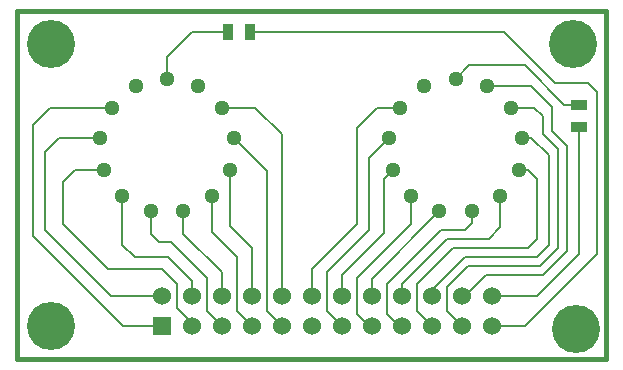
<source format=gtl>
G04 (created by PCBNEW-RS274X (2011-04-29 BZR 2986)-stable) date 6/2/2011 10:57:15 PM*
G01*
G70*
G90*
%MOIN*%
G04 Gerber Fmt 3.4, Leading zero omitted, Abs format*
%FSLAX34Y34*%
G04 APERTURE LIST*
%ADD10C,0.006000*%
%ADD11C,0.015000*%
%ADD12R,0.035000X0.055000*%
%ADD13R,0.055000X0.035000*%
%ADD14R,0.060000X0.060000*%
%ADD15C,0.060000*%
%ADD16C,0.160000*%
%ADD17C,0.051200*%
%ADD18C,0.008000*%
G04 APERTURE END LIST*
G54D10*
G54D11*
X07600Y-18600D02*
X27200Y-18600D01*
X07600Y-07000D02*
X27200Y-07000D01*
X07581Y-07000D02*
X07581Y-18600D01*
X27200Y-18600D02*
X27200Y-07000D01*
G54D12*
X14606Y-07700D03*
X15356Y-07700D03*
G54D13*
X26300Y-10125D03*
X26300Y-10875D03*
G54D14*
X12400Y-17500D03*
G54D15*
X12400Y-16500D03*
X13400Y-17500D03*
X13400Y-16500D03*
X14400Y-17500D03*
X14400Y-16500D03*
X15400Y-17500D03*
X15400Y-16500D03*
X16400Y-17500D03*
X16400Y-16500D03*
X17400Y-17500D03*
X17400Y-16500D03*
X18400Y-17500D03*
X18400Y-16500D03*
X19400Y-17500D03*
X19400Y-16500D03*
X20400Y-17500D03*
X20400Y-16500D03*
X21400Y-17500D03*
X21400Y-16500D03*
X22400Y-17500D03*
X22400Y-16500D03*
X23400Y-17500D03*
X23400Y-16500D03*
G54D16*
X26100Y-08100D03*
X26200Y-17600D03*
X08700Y-17500D03*
X08700Y-08100D03*
G54D17*
X12581Y-09256D03*
X13624Y-09512D03*
X14427Y-10224D03*
X14809Y-11228D03*
X14679Y-12295D03*
X14069Y-13181D03*
X13120Y-13677D03*
X12042Y-13677D03*
X11093Y-13181D03*
X10483Y-12295D03*
X10353Y-11228D03*
X10735Y-10224D03*
X11538Y-09512D03*
X22200Y-09256D03*
X23243Y-09512D03*
X24046Y-10224D03*
X24428Y-11228D03*
X24298Y-12295D03*
X23688Y-13181D03*
X22739Y-13677D03*
X21661Y-13677D03*
X20712Y-13181D03*
X20102Y-12295D03*
X19972Y-11228D03*
X20354Y-10224D03*
X21157Y-09512D03*
G54D18*
X08100Y-10800D02*
X08676Y-10224D01*
X08100Y-14500D02*
X08100Y-10800D01*
X11100Y-17500D02*
X08100Y-14500D01*
X12400Y-17500D02*
X11100Y-17500D01*
X08676Y-10224D02*
X10735Y-10224D01*
X13400Y-17500D02*
X13400Y-17400D01*
X09505Y-12295D02*
X10483Y-12295D01*
X09100Y-12700D02*
X09505Y-12295D01*
X09100Y-14100D02*
X09100Y-12700D01*
X10600Y-15600D02*
X09100Y-14100D01*
X12400Y-15600D02*
X10600Y-15600D01*
X12900Y-16100D02*
X12400Y-15600D01*
X12900Y-16900D02*
X12900Y-16100D01*
X13400Y-17400D02*
X12900Y-16900D01*
X22400Y-17500D02*
X21900Y-17000D01*
X24824Y-10224D02*
X24046Y-10224D01*
X25100Y-10500D02*
X24824Y-10224D01*
X25100Y-11100D02*
X25100Y-10500D01*
X25600Y-11600D02*
X25100Y-11100D01*
X25600Y-14900D02*
X25600Y-11600D01*
X25000Y-15500D02*
X25600Y-14900D01*
X22600Y-15500D02*
X25000Y-15500D01*
X22400Y-15700D02*
X22600Y-15500D01*
X21900Y-16200D02*
X22400Y-15700D01*
X21900Y-17000D02*
X21900Y-16200D01*
X22656Y-08800D02*
X22200Y-09256D01*
X24500Y-08800D02*
X22656Y-08800D01*
X25825Y-10125D02*
X24500Y-08800D01*
X26300Y-10125D02*
X25825Y-10125D01*
X20400Y-16500D02*
X20400Y-16100D01*
X23688Y-14212D02*
X23688Y-13181D01*
X23300Y-14600D02*
X23688Y-14212D01*
X21900Y-14600D02*
X23300Y-14600D01*
X20400Y-16100D02*
X21900Y-14600D01*
X25300Y-11800D02*
X24728Y-11228D01*
X25300Y-14800D02*
X25300Y-11800D01*
X24900Y-15200D02*
X25300Y-14800D01*
X22500Y-15200D02*
X24900Y-15200D01*
X21400Y-16300D02*
X22500Y-15200D01*
X21400Y-16500D02*
X21400Y-16300D01*
X24728Y-11228D02*
X24428Y-11228D01*
X22400Y-16500D02*
X22500Y-16500D01*
X24712Y-09512D02*
X23243Y-09512D01*
X25400Y-10200D02*
X24712Y-09512D01*
X25400Y-11000D02*
X25400Y-10200D01*
X25900Y-11500D02*
X25400Y-11000D01*
X25900Y-15000D02*
X25900Y-11500D01*
X25100Y-15800D02*
X25900Y-15000D01*
X23200Y-15800D02*
X25100Y-15800D01*
X22500Y-16500D02*
X23200Y-15800D01*
X13400Y-07700D02*
X12581Y-08519D01*
X14606Y-07700D02*
X13400Y-07700D01*
X12581Y-08519D02*
X12581Y-09256D01*
X12400Y-16500D02*
X10700Y-16500D01*
X08972Y-11228D02*
X10353Y-11228D01*
X08500Y-11700D02*
X08972Y-11228D01*
X08500Y-14300D02*
X08500Y-11700D01*
X10700Y-16500D02*
X08500Y-14300D01*
X11500Y-15200D02*
X11093Y-14793D01*
X12600Y-15200D02*
X11500Y-15200D01*
X13400Y-16000D02*
X12600Y-15200D01*
X13400Y-16500D02*
X13400Y-16000D01*
X11093Y-14793D02*
X11093Y-13181D01*
X14400Y-17500D02*
X13900Y-17000D01*
X12042Y-14442D02*
X12042Y-13677D01*
X12300Y-14700D02*
X12042Y-14442D01*
X12700Y-14700D02*
X12300Y-14700D01*
X13900Y-15900D02*
X12700Y-14700D01*
X13900Y-17000D02*
X13900Y-15900D01*
X14400Y-15700D02*
X13120Y-14420D01*
X14400Y-16500D02*
X14400Y-15700D01*
X13120Y-14420D02*
X13120Y-13677D01*
X14900Y-15200D02*
X14069Y-14369D01*
X14900Y-17000D02*
X14900Y-15200D01*
X15400Y-17500D02*
X14900Y-17000D01*
X14069Y-14369D02*
X14069Y-13181D01*
X15400Y-16500D02*
X15400Y-14900D01*
X14679Y-14179D02*
X14679Y-12295D01*
X15400Y-14900D02*
X14679Y-14179D01*
X19300Y-14300D02*
X19300Y-11900D01*
X17900Y-15700D02*
X19300Y-14300D01*
X17900Y-17000D02*
X17900Y-15700D01*
X18400Y-17500D02*
X17900Y-17000D01*
X19300Y-11900D02*
X19972Y-11228D01*
X23400Y-17500D02*
X24500Y-17500D01*
X23800Y-07700D02*
X15356Y-07700D01*
X25500Y-09400D02*
X23800Y-07700D01*
X26600Y-09400D02*
X25500Y-09400D01*
X26900Y-09700D02*
X26600Y-09400D01*
X26900Y-15100D02*
X26900Y-09700D01*
X24500Y-17500D02*
X26900Y-15100D01*
X24900Y-16500D02*
X26300Y-15100D01*
X23400Y-16500D02*
X24900Y-16500D01*
X26300Y-15100D02*
X26300Y-10875D01*
X18900Y-15900D02*
X20712Y-14088D01*
X18900Y-17100D02*
X18900Y-15900D01*
X19300Y-17500D02*
X18900Y-17100D01*
X19400Y-17500D02*
X19300Y-17500D01*
X20712Y-14088D02*
X20712Y-13181D01*
X20400Y-17500D02*
X20300Y-17500D01*
X22739Y-14061D02*
X22739Y-13677D01*
X22500Y-14300D02*
X22739Y-14061D01*
X21700Y-14300D02*
X22500Y-14300D01*
X19900Y-16100D02*
X21700Y-14300D01*
X19900Y-17100D02*
X19900Y-16100D01*
X20300Y-17500D02*
X19900Y-17100D01*
X24900Y-12600D02*
X24595Y-12295D01*
X24900Y-14600D02*
X24900Y-12600D01*
X24600Y-14900D02*
X24900Y-14600D01*
X22100Y-14900D02*
X24600Y-14900D01*
X20900Y-16100D02*
X22100Y-14900D01*
X20900Y-17000D02*
X20900Y-16100D01*
X21400Y-17500D02*
X20900Y-17000D01*
X24595Y-12295D02*
X24298Y-12295D01*
X17400Y-16500D02*
X17400Y-15600D01*
X19576Y-10224D02*
X20354Y-10224D01*
X18900Y-10900D02*
X19576Y-10224D01*
X18900Y-14100D02*
X18900Y-10900D01*
X17400Y-15600D02*
X18900Y-14100D01*
X19800Y-14400D02*
X19800Y-12597D01*
X18400Y-15800D02*
X19800Y-14400D01*
X18400Y-16500D02*
X18400Y-15800D01*
X19800Y-12597D02*
X20102Y-12295D01*
X19400Y-16500D02*
X19400Y-15938D01*
X19400Y-15938D02*
X21661Y-13677D01*
X16400Y-17500D02*
X15900Y-17000D01*
X15900Y-12319D02*
X14809Y-11228D01*
X15900Y-17000D02*
X15900Y-12319D01*
X16400Y-11100D02*
X15524Y-10224D01*
X16400Y-16500D02*
X16400Y-11100D01*
X15524Y-10224D02*
X14427Y-10224D01*
M02*

</source>
